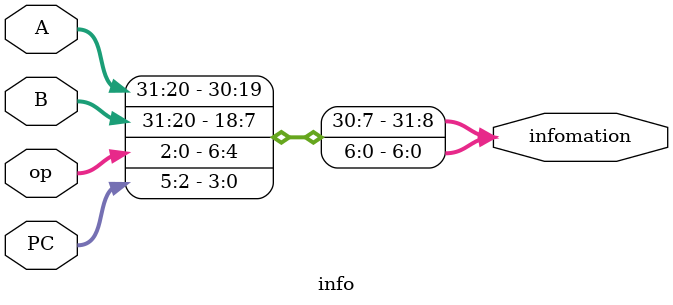
<source format=v>
`timescale 1ns / 1ps
module info(
	input [31:0]PC,
	input [31:0]A,
	input [31:0]B,
	input [2:0]op,
	output [31:0]infomation
    );

assign infomation[3:0]=PC[5:2];
assign infomation[6:4]=op;
assign infomation[19:8]=B[31:20];
assign infomation[31:20]=A[31:20];

endmodule

</source>
